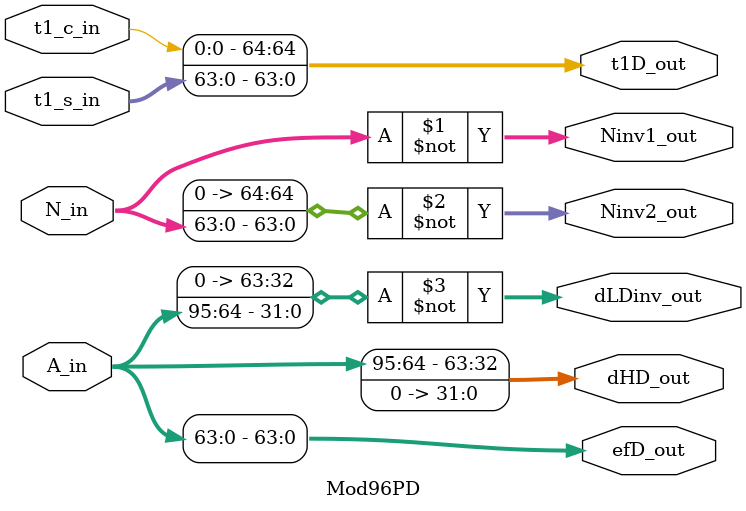
<source format=v>
 `timescale 1 ns/1 ps                                
 module Mod96PD(Ninv1_out,                           
                Ninv2_out,                           
 			   efD_out,                               
 			   dHD_out,                               
 			   dLDinv_out,                            
 			   t1D_out,                               
 			   t1_s_in,                               
 			   t1_c_in,                               
                A_in,                                
 		       N_in                                   
                ) ;                                  
 parameter D_WIDTH     = 96 ;                        
 parameter P_WIDTH     = 64 ;                        
 parameter SEG_ZERO    = 32'h0 ;                     
                                                     
 output [P_WIDTH-1:0] Ninv1_out ;                    
 output [P_WIDTH:0]   Ninv2_out ;                    
 output [P_WIDTH-1:0] efD_out ;                      
 output [P_WIDTH-1:0] dHD_out ;                      
 output [P_WIDTH-1:0] dLDinv_out ;                   
 output [P_WIDTH:0]   t1D_out ;                      
                                                     
 input [P_WIDTH-1:0] t1_s_in ;                       
 input               t1_c_in ;                       
 input [D_WIDTH-1:0] A_in ;                          
 input [P_WIDTH-1:0] N_in ;                          
                                                     
 	                                                   
 	//64-bit inverter N                                
 	assign Ninv1_out = (~N_in) ;                       
 	//65-bit inverter N                                
 	assign Ninv2_out = ~{1'b0, N_in} ;                 
 	//(2^32e)+f                                        
 	assign efD_out = {A_in[63:32], A_in[31:0]} ;       
 	//(2^32d)                                          
 	assign dHD_out = {A_in[95:64],SEG_ZERO} ;          
 	//inverter d                                       
 	assign dLDinv_out = (~{SEG_ZERO,A_in[95:64]}) ;    
 	//65-bit t1                                        
 	assign t1D_out = {t1_c_in,t1_s_in} ;               
 	                                                   
 	                                                   
 endmodule                                            

</source>
